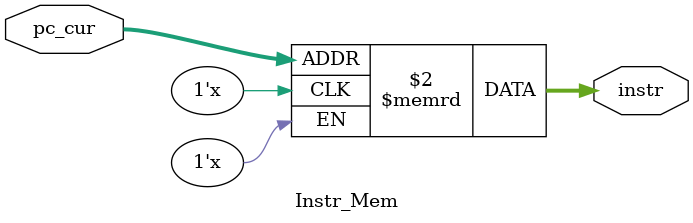
<source format=v>
module Instr_Mem(
    input[9:0] pc_cur,
    output reg[31:0] instr
);
    reg[31:0] Instrs[1023:0];
    always@(pc_cur)begin
        instr = Instrs[pc_cur];
        $display("pc_cur=0x%8X, instr=0x%8X", pc_cur, instr);
    end
endmodule // Instr_Mem
</source>
